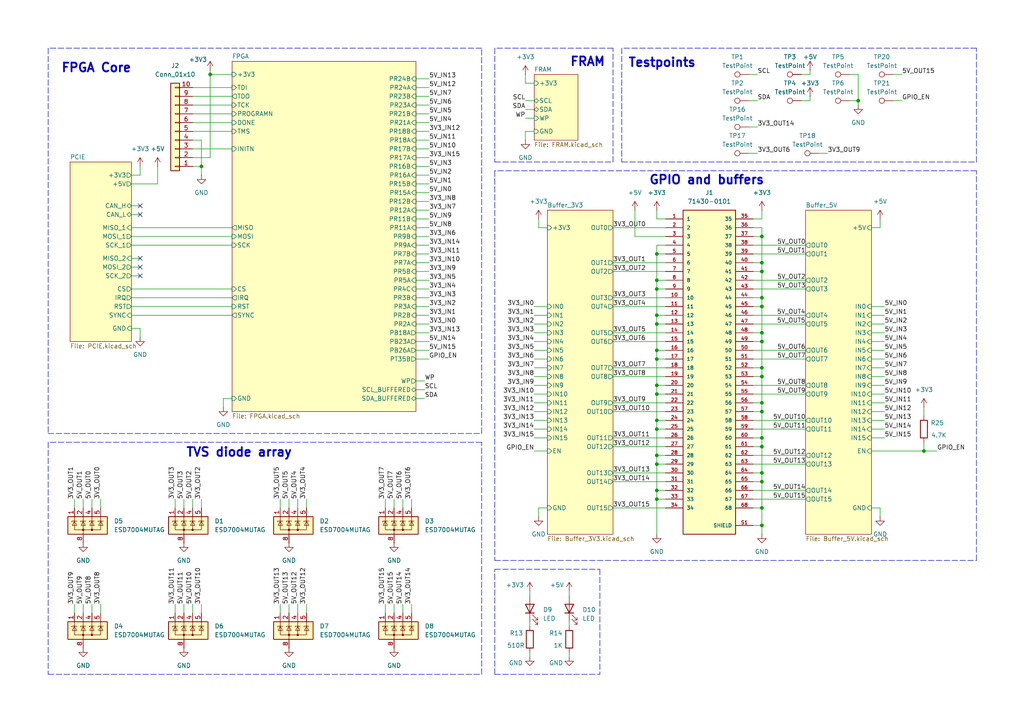
<source format=kicad_sch>
(kicad_sch (version 20250114) (generator "eeschema") (generator_version "9.0")
  (paper "A4")
  (text "FRAM" (at 170.434 18.034 0) (effects (font (size 2.54 2.54) (thickness 0.508) (bold yes))))
  (text "FPGA Core" (at 27.94 19.812 0) (effects (font (size 2.54 2.54) (thickness 0.508) (bold yes))))
  (text "Testpoints" (at 192.024 18.288 0) (effects (font (size 2.54 2.54) (thickness 0.508) (bold yes))))
  (text "GPIO and buffers" (at 204.978 52.324 0) (effects (font (size 2.54 2.54) (thickness 0.508) (bold yes))))
  (text "TVS diode array" (at 69.342 131.318 0) (effects (font (size 2.54 2.54) (thickness 0.508) (bold yes))))
  (junction (at 58.42 48.26))
  (junction (at 220.98 78.74))
  (junction (at 220.98 68.58))
  (junction (at 190.5 81.28))
  (junction (at 220.98 127))
  (junction (at 190.5 132.08))
  (junction (at 190.5 144.78))
  (junction (at 220.98 139.7))
  (junction (at 220.98 109.22))
  (junction (at 190.5 111.76))
  (junction (at 220.98 86.36))
  (junction (at 267.97 130.81))
  (junction (at 60.96 21.59))
  (junction (at 220.98 96.52))
  (junction (at 190.5 142.24))
  (junction (at 220.98 76.2))
  (junction (at 220.98 137.16))
  (junction (at 190.5 114.3))
  (junction (at 220.98 106.68))
  (junction (at 220.98 129.54))
  (junction (at 220.98 119.38))
  (junction (at 190.5 93.98))
  (junction (at 220.98 88.9))
  (junction (at 190.5 134.62))
  (junction (at 190.5 101.6))
  (junction (at 190.5 91.44))
  (junction (at 190.5 121.92))
  (junction (at 220.98 152.4))
  (junction (at 220.98 116.84))
  (junction (at 190.5 104.14))
  (junction (at 190.5 124.46))
  (junction (at 220.98 99.06))
  (junction (at 190.5 73.66))
  (junction (at 220.98 147.32))
  (junction (at 248.92 29.21))
  (junction (at 190.5 83.82))
  (no_connect (at 40.64 80.01))
  (no_connect (at 40.64 74.93))
  (no_connect (at 40.64 59.69))
  (no_connect (at 40.64 77.47))
  (no_connect (at 40.64 62.23))
  (wire (pts (xy 177.8 127) (xy 193.04 127)))
  (wire (pts (xy 218.44 152.4) (xy 220.98 152.4)))
  (wire (pts (xy 220.98 96.52) (xy 220.98 99.06)))
  (wire (pts (xy 124.46 88.9) (xy 120.65 88.9)))
  (wire (pts (xy 156.21 63.5) (xy 156.21 66.04)))
  (wire (pts (xy 120.65 96.52) (xy 124.46 96.52)))
  (wire (pts (xy 119.38 175.26) (xy 119.38 177.8)))
  (wire (pts (xy 220.98 60.96) (xy 220.98 63.5)))
  (wire (pts (xy 154.94 101.6) (xy 158.75 101.6)))
  (wire (pts (xy 21.59 175.26) (xy 21.59 177.8)))
  (wire (pts (xy 218.44 129.54) (xy 220.98 129.54)))
  (polyline (pts (xy 143.51 165.1) (xy 173.99 165.1)) (stroke (width 0) (type dash)))
  (wire (pts (xy 120.65 113.03) (xy 123.19 113.03)))
  (polyline (pts (xy 143.51 195.58) (xy 143.51 165.1)) (stroke (width 0) (type dash)))
  (polyline (pts (xy 143.51 46.99) (xy 177.8 46.99)) (stroke (width 0) (type dash)))
  (wire (pts (xy 67.31 115.57) (xy 64.77 115.57)))
  (wire (pts (xy 38.1 80.01) (xy 40.64 80.01)))
  (wire (pts (xy 190.5 134.62) (xy 190.5 142.24)))
  (wire (pts (xy 86.36 144.78) (xy 86.36 147.32)))
  (polyline (pts (xy 283.21 13.97) (xy 180.34 13.97)) (stroke (width 0) (type dash)))
  (wire (pts (xy 220.98 68.58) (xy 220.98 76.2)))
  (polyline (pts (xy 139.7 195.58) (xy 139.7 128.27)) (stroke (width 0) (type dash)))
  (wire (pts (xy 252.73 130.81) (xy 267.97 130.81)))
  (wire (pts (xy 220.98 152.4) (xy 220.98 154.94)))
  (wire (pts (xy 255.27 147.32) (xy 255.27 149.86)))
  (wire (pts (xy 267.97 128.27) (xy 267.97 130.81)))
  (wire (pts (xy 190.5 91.44) (xy 193.04 91.44)))
  (wire (pts (xy 55.88 43.18) (xy 67.31 43.18)))
  (wire (pts (xy 53.34 175.26) (xy 53.34 177.8)))
  (polyline (pts (xy 139.7 13.97) (xy 13.97 13.97)) (stroke (width 0) (type dash)))
  (wire (pts (xy 83.82 144.78) (xy 83.82 147.32)))
  (wire (pts (xy 217.17 21.59) (xy 219.71 21.59)))
  (polyline (pts (xy 139.7 125.73) (xy 139.7 13.97)) (stroke (width 0) (type dash)))
  (wire (pts (xy 26.67 144.78) (xy 26.67 147.32)))
  (wire (pts (xy 120.65 99.06) (xy 124.46 99.06)))
  (wire (pts (xy 190.5 83.82) (xy 193.04 83.82)))
  (wire (pts (xy 190.5 121.92) (xy 190.5 124.46)))
  (wire (pts (xy 177.8 119.38) (xy 193.04 119.38)))
  (wire (pts (xy 38.1 53.34) (xy 45.72 53.34)))
  (wire (pts (xy 153.67 180.34) (xy 153.67 181.61)))
  (wire (pts (xy 29.21 144.78) (xy 29.21 147.32)))
  (wire (pts (xy 55.88 27.94) (xy 67.31 27.94)))
  (wire (pts (xy 124.46 63.5) (xy 120.65 63.5)))
  (wire (pts (xy 21.59 144.78) (xy 21.59 147.32)))
  (wire (pts (xy 154.94 99.06) (xy 158.75 99.06)))
  (wire (pts (xy 177.8 139.7) (xy 193.04 139.7)))
  (wire (pts (xy 120.65 55.88) (xy 124.46 55.88)))
  (wire (pts (xy 218.44 114.3) (xy 233.68 114.3)))
  (wire (pts (xy 120.65 71.12) (xy 124.46 71.12)))
  (wire (pts (xy 220.98 106.68) (xy 220.98 109.22)))
  (wire (pts (xy 154.94 130.81) (xy 158.75 130.81)))
  (wire (pts (xy 111.76 144.78) (xy 111.76 147.32)))
  (wire (pts (xy 124.46 91.44) (xy 120.65 91.44)))
  (wire (pts (xy 177.8 109.22) (xy 193.04 109.22)))
  (wire (pts (xy 234.95 27.94) (xy 234.95 29.21)))
  (wire (pts (xy 154.94 38.1) (xy 152.4 38.1)))
  (wire (pts (xy 83.82 175.26) (xy 83.82 177.8)))
  (wire (pts (xy 248.92 29.21) (xy 248.92 30.48)))
  (polyline (pts (xy 283.21 49.53) (xy 143.51 49.53)) (stroke (width 0) (type dash)))
  (wire (pts (xy 81.28 144.78) (xy 81.28 147.32)))
  (wire (pts (xy 218.44 63.5) (xy 220.98 63.5)))
  (wire (pts (xy 218.44 93.98) (xy 233.68 93.98)))
  (wire (pts (xy 58.42 144.78) (xy 58.42 147.32)))
  (wire (pts (xy 154.94 111.76) (xy 158.75 111.76)))
  (wire (pts (xy 119.38 144.78) (xy 119.38 147.32)))
  (wire (pts (xy 120.65 38.1) (xy 124.46 38.1)))
  (wire (pts (xy 152.4 29.21) (xy 154.94 29.21)))
  (wire (pts (xy 252.73 109.22) (xy 256.54 109.22)))
  (wire (pts (xy 252.73 127) (xy 256.54 127)))
  (wire (pts (xy 114.3 144.78) (xy 114.3 147.32)))
  (wire (pts (xy 190.5 81.28) (xy 193.04 81.28)))
  (polyline (pts (xy 13.97 195.58) (xy 139.7 195.58)) (stroke (width 0) (type dash)))
  (wire (pts (xy 29.21 175.26) (xy 29.21 177.8)))
  (wire (pts (xy 190.5 124.46) (xy 190.5 132.08)))
  (wire (pts (xy 217.17 29.21) (xy 219.71 29.21)))
  (wire (pts (xy 60.96 21.59) (xy 60.96 45.72)))
  (wire (pts (xy 220.98 116.84) (xy 218.44 116.84)))
  (wire (pts (xy 58.42 48.26) (xy 58.42 50.8)))
  (wire (pts (xy 154.94 116.84) (xy 158.75 116.84)))
  (wire (pts (xy 252.73 93.98) (xy 256.54 93.98)))
  (polyline (pts (xy 173.99 165.1) (xy 173.99 195.58)) (stroke (width 0) (type dash)))
  (wire (pts (xy 120.65 53.34) (xy 124.46 53.34)))
  (wire (pts (xy 165.1 180.34) (xy 165.1 181.61)))
  (wire (pts (xy 154.94 106.68) (xy 158.75 106.68)))
  (wire (pts (xy 38.1 50.8) (xy 40.64 50.8)))
  (wire (pts (xy 220.98 96.52) (xy 218.44 96.52)))
  (wire (pts (xy 177.8 116.84) (xy 193.04 116.84)))
  (wire (pts (xy 120.65 60.96) (xy 124.46 60.96)))
  (wire (pts (xy 220.98 76.2) (xy 218.44 76.2)))
  (wire (pts (xy 220.98 137.16) (xy 218.44 137.16)))
  (wire (pts (xy 114.3 175.26) (xy 114.3 177.8)))
  (wire (pts (xy 218.44 66.04) (xy 220.98 66.04)))
  (wire (pts (xy 120.65 30.48) (xy 124.46 30.48)))
  (wire (pts (xy 218.44 83.82) (xy 233.68 83.82)))
  (wire (pts (xy 120.65 78.74) (xy 124.46 78.74)))
  (wire (pts (xy 218.44 134.62) (xy 233.68 134.62)))
  (wire (pts (xy 190.5 121.92) (xy 193.04 121.92)))
  (wire (pts (xy 88.9 144.78) (xy 88.9 147.32)))
  (wire (pts (xy 116.84 175.26) (xy 116.84 177.8)))
  (wire (pts (xy 38.1 91.44) (xy 67.31 91.44)))
  (wire (pts (xy 252.73 121.92) (xy 256.54 121.92)))
  (wire (pts (xy 154.94 93.98) (xy 158.75 93.98)))
  (wire (pts (xy 190.5 83.82) (xy 190.5 91.44)))
  (wire (pts (xy 120.65 22.86) (xy 124.46 22.86)))
  (wire (pts (xy 40.64 95.25) (xy 40.64 97.79)))
  (wire (pts (xy 58.42 175.26) (xy 58.42 177.8)))
  (wire (pts (xy 218.44 99.06) (xy 220.98 99.06)))
  (wire (pts (xy 190.5 111.76) (xy 190.5 114.3)))
  (wire (pts (xy 218.44 139.7) (xy 220.98 139.7)))
  (polyline (pts (xy 177.8 46.99) (xy 177.8 13.97)) (stroke (width 0) (type dash)))
  (wire (pts (xy 218.44 121.92) (xy 233.68 121.92)))
  (wire (pts (xy 190.5 124.46) (xy 193.04 124.46)))
  (wire (pts (xy 40.64 48.26) (xy 40.64 50.8)))
  (wire (pts (xy 218.44 104.14) (xy 233.68 104.14)))
  (polyline (pts (xy 143.51 162.56) (xy 283.21 162.56)) (stroke (width 0) (type dash)))
  (wire (pts (xy 190.5 104.14) (xy 190.5 111.76)))
  (wire (pts (xy 218.44 78.74) (xy 220.98 78.74)))
  (wire (pts (xy 259.08 21.59) (xy 261.62 21.59)))
  (wire (pts (xy 234.95 20.32) (xy 234.95 21.59)))
  (wire (pts (xy 190.5 81.28) (xy 190.5 83.82)))
  (wire (pts (xy 120.65 104.14) (xy 124.46 104.14)))
  (wire (pts (xy 252.73 91.44) (xy 256.54 91.44)))
  (wire (pts (xy 190.5 134.62) (xy 193.04 134.62)))
  (polyline (pts (xy 13.97 13.97) (xy 13.97 125.73)) (stroke (width 0) (type dash)))
  (wire (pts (xy 220.98 86.36) (xy 220.98 88.9)))
  (wire (pts (xy 218.44 144.78) (xy 233.68 144.78)))
  (wire (pts (xy 38.1 77.47) (xy 40.64 77.47)))
  (wire (pts (xy 153.67 171.45) (xy 153.67 172.72)))
  (wire (pts (xy 220.98 139.7) (xy 220.98 147.32)))
  (wire (pts (xy 154.94 104.14) (xy 158.75 104.14)))
  (wire (pts (xy 220.98 127) (xy 220.98 129.54)))
  (wire (pts (xy 177.8 129.54) (xy 193.04 129.54)))
  (wire (pts (xy 120.65 68.58) (xy 124.46 68.58)))
  (wire (pts (xy 190.5 93.98) (xy 190.5 101.6)))
  (wire (pts (xy 120.65 27.94) (xy 124.46 27.94)))
  (wire (pts (xy 252.73 106.68) (xy 256.54 106.68)))
  (wire (pts (xy 120.65 25.4) (xy 124.46 25.4)))
  (wire (pts (xy 190.5 71.12) (xy 190.5 73.66)))
  (wire (pts (xy 252.73 124.46) (xy 256.54 124.46)))
  (wire (pts (xy 120.65 43.18) (xy 124.46 43.18)))
  (wire (pts (xy 154.94 88.9) (xy 158.75 88.9)))
  (wire (pts (xy 120.65 45.72) (xy 124.46 45.72)))
  (polyline (pts (xy 139.7 128.27) (xy 13.97 128.27)) (stroke (width 0) (type dash)))
  (polyline (pts (xy 180.34 46.99) (xy 283.21 46.99)) (stroke (width 0) (type dash)))
  (wire (pts (xy 220.98 66.04) (xy 220.98 68.58)))
  (wire (pts (xy 177.8 99.06) (xy 193.04 99.06)))
  (wire (pts (xy 120.65 110.49) (xy 123.19 110.49)))
  (wire (pts (xy 26.67 175.26) (xy 26.67 177.8)))
  (wire (pts (xy 217.17 36.83) (xy 219.71 36.83)))
  (wire (pts (xy 24.13 144.78) (xy 24.13 147.32)))
  (wire (pts (xy 55.88 45.72) (xy 60.96 45.72)))
  (wire (pts (xy 246.38 21.59) (xy 248.92 21.59)))
  (wire (pts (xy 190.5 73.66) (xy 190.5 81.28)))
  (wire (pts (xy 220.98 127) (xy 218.44 127)))
  (wire (pts (xy 232.41 21.59) (xy 234.95 21.59)))
  (wire (pts (xy 152.4 21.59) (xy 152.4 24.13)))
  (wire (pts (xy 190.5 71.12) (xy 193.04 71.12)))
  (wire (pts (xy 58.42 40.64) (xy 58.42 48.26)))
  (wire (pts (xy 190.5 104.14) (xy 193.04 104.14)))
  (wire (pts (xy 81.28 175.26) (xy 81.28 177.8)))
  (wire (pts (xy 124.46 86.36) (xy 120.65 86.36)))
  (wire (pts (xy 165.1 189.23) (xy 165.1 190.5)))
  (wire (pts (xy 120.65 58.42) (xy 124.46 58.42)))
  (wire (pts (xy 154.94 119.38) (xy 158.75 119.38)))
  (wire (pts (xy 154.94 24.13) (xy 152.4 24.13)))
  (wire (pts (xy 24.13 175.26) (xy 24.13 177.8)))
  (wire (pts (xy 190.5 114.3) (xy 193.04 114.3)))
  (wire (pts (xy 50.8 175.26) (xy 50.8 177.8)))
  (wire (pts (xy 177.8 78.74) (xy 193.04 78.74)))
  (wire (pts (xy 220.98 137.16) (xy 220.98 139.7)))
  (wire (pts (xy 120.65 35.56) (xy 124.46 35.56)))
  (wire (pts (xy 218.44 68.58) (xy 220.98 68.58)))
  (wire (pts (xy 38.1 88.9) (xy 67.31 88.9)))
  (wire (pts (xy 184.15 68.58) (xy 193.04 68.58)))
  (wire (pts (xy 120.65 73.66) (xy 124.46 73.66)))
  (wire (pts (xy 255.27 63.5) (xy 255.27 66.04)))
  (wire (pts (xy 218.44 119.38) (xy 220.98 119.38)))
  (wire (pts (xy 218.44 109.22) (xy 220.98 109.22)))
  (wire (pts (xy 252.73 147.32) (xy 255.27 147.32)))
  (wire (pts (xy 55.88 25.4) (xy 67.31 25.4)))
  (wire (pts (xy 252.73 99.06) (xy 256.54 99.06)))
  (wire (pts (xy 45.72 48.26) (xy 45.72 53.34)))
  (wire (pts (xy 259.08 29.21) (xy 261.62 29.21)))
  (wire (pts (xy 220.98 109.22) (xy 220.98 116.84)))
  (wire (pts (xy 190.5 93.98) (xy 193.04 93.98)))
  (wire (pts (xy 124.46 66.04) (xy 120.65 66.04)))
  (wire (pts (xy 217.17 44.45) (xy 219.71 44.45)))
  (wire (pts (xy 218.44 71.12) (xy 233.68 71.12)))
  (wire (pts (xy 252.73 119.38) (xy 256.54 119.38)))
  (wire (pts (xy 60.96 21.59) (xy 67.31 21.59)))
  (wire (pts (xy 218.44 73.66) (xy 233.68 73.66)))
  (wire (pts (xy 152.4 31.75) (xy 154.94 31.75)))
  (polyline (pts (xy 180.34 13.97) (xy 180.34 46.99)) (stroke (width 0) (type dash)))
  (wire (pts (xy 111.76 175.26) (xy 111.76 177.8)))
  (wire (pts (xy 88.9 175.26) (xy 88.9 177.8)))
  (wire (pts (xy 154.94 91.44) (xy 158.75 91.44)))
  (wire (pts (xy 55.88 48.26) (xy 58.42 48.26)))
  (wire (pts (xy 177.8 86.36) (xy 193.04 86.36)))
  (wire (pts (xy 218.44 101.6) (xy 233.68 101.6)))
  (wire (pts (xy 38.1 95.25) (xy 40.64 95.25)))
  (polyline (pts (xy 143.51 49.53) (xy 143.51 162.56)) (stroke (width 0) (type dash)))
  (wire (pts (xy 252.73 88.9) (xy 256.54 88.9)))
  (wire (pts (xy 177.8 137.16) (xy 193.04 137.16)))
  (wire (pts (xy 252.73 66.04) (xy 255.27 66.04)))
  (wire (pts (xy 190.5 132.08) (xy 190.5 134.62)))
  (wire (pts (xy 218.44 142.24) (xy 233.68 142.24)))
  (wire (pts (xy 38.1 59.69) (xy 40.64 59.69)))
  (wire (pts (xy 220.98 129.54) (xy 220.98 137.16)))
  (wire (pts (xy 177.8 106.68) (xy 193.04 106.68)))
  (wire (pts (xy 218.44 111.76) (xy 233.68 111.76)))
  (wire (pts (xy 190.5 73.66) (xy 193.04 73.66)))
  (wire (pts (xy 120.65 48.26) (xy 124.46 48.26)))
  (wire (pts (xy 190.5 142.24) (xy 190.5 144.78)))
  (wire (pts (xy 55.88 144.78) (xy 55.88 147.32)))
  (wire (pts (xy 38.1 71.12) (xy 67.31 71.12)))
  (wire (pts (xy 158.75 66.04) (xy 156.21 66.04)))
  (polyline (pts (xy 13.97 125.73) (xy 139.7 125.73)) (stroke (width 0) (type dash)))
  (wire (pts (xy 50.8 144.78) (xy 50.8 147.32)))
  (wire (pts (xy 120.65 33.02) (xy 124.46 33.02)))
  (wire (pts (xy 177.8 76.2) (xy 193.04 76.2)))
  (wire (pts (xy 177.8 88.9) (xy 193.04 88.9)))
  (wire (pts (xy 120.65 115.57) (xy 123.19 115.57)))
  (wire (pts (xy 220.98 119.38) (xy 220.98 127)))
  (wire (pts (xy 190.5 144.78) (xy 193.04 144.78)))
  (wire (pts (xy 124.46 83.82) (xy 120.65 83.82)))
  (wire (pts (xy 220.98 116.84) (xy 220.98 119.38)))
  (wire (pts (xy 153.67 189.23) (xy 153.67 190.5)))
  (wire (pts (xy 116.84 144.78) (xy 116.84 147.32)))
  (wire (pts (xy 156.21 147.32) (xy 156.21 149.86)))
  (wire (pts (xy 124.46 81.28) (xy 120.65 81.28)))
  (wire (pts (xy 55.88 30.48) (xy 67.31 30.48)))
  (wire (pts (xy 60.96 20.32) (xy 60.96 21.59)))
  (polyline (pts (xy 143.51 195.58) (xy 173.99 195.58)) (stroke (width 0) (type dash)))
  (wire (pts (xy 64.77 115.57) (xy 64.77 118.11)))
  (polyline (pts (xy 283.21 162.56) (xy 283.21 49.53)) (stroke (width 0) (type dash)))
  (wire (pts (xy 124.46 93.98) (xy 120.65 93.98)))
  (wire (pts (xy 190.5 132.08) (xy 193.04 132.08)))
  (wire (pts (xy 220.98 76.2) (xy 220.98 78.74)))
  (wire (pts (xy 193.04 63.5) (xy 190.5 63.5)))
  (wire (pts (xy 218.44 81.28) (xy 233.68 81.28)))
  (wire (pts (xy 220.98 147.32) (xy 218.44 147.32)))
  (wire (pts (xy 38.1 66.04) (xy 67.31 66.04)))
  (wire (pts (xy 190.5 142.24) (xy 193.04 142.24)))
  (wire (pts (xy 252.73 101.6) (xy 256.54 101.6)))
  (wire (pts (xy 232.41 29.21) (xy 234.95 29.21)))
  (wire (pts (xy 220.98 99.06) (xy 220.98 106.68)))
  (wire (pts (xy 177.8 66.04) (xy 193.04 66.04)))
  (wire (pts (xy 38.1 62.23) (xy 40.64 62.23)))
  (wire (pts (xy 267.97 130.81) (xy 271.78 130.81)))
  (wire (pts (xy 218.44 132.08) (xy 233.68 132.08)))
  (wire (pts (xy 38.1 83.82) (xy 67.31 83.82)))
  (wire (pts (xy 154.94 109.22) (xy 158.75 109.22)))
  (wire (pts (xy 152.4 34.29) (xy 154.94 34.29)))
  (wire (pts (xy 218.44 91.44) (xy 233.68 91.44)))
  (wire (pts (xy 218.44 124.46) (xy 233.68 124.46)))
  (wire (pts (xy 55.88 175.26) (xy 55.88 177.8)))
  (wire (pts (xy 252.73 104.14) (xy 256.54 104.14)))
  (polyline (pts (xy 143.51 13.97) (xy 143.51 46.99)) (stroke (width 0) (type dash)))
  (wire (pts (xy 246.38 29.21) (xy 248.92 29.21)))
  (wire (pts (xy 120.65 40.64) (xy 124.46 40.64)))
  (wire (pts (xy 220.98 106.68) (xy 218.44 106.68)))
  (wire (pts (xy 120.65 50.8) (xy 124.46 50.8)))
  (wire (pts (xy 190.5 101.6) (xy 190.5 104.14)))
  (wire (pts (xy 190.5 60.96) (xy 190.5 63.5)))
  (wire (pts (xy 248.92 21.59) (xy 248.92 29.21)))
  (wire (pts (xy 220.98 86.36) (xy 218.44 86.36)))
  (wire (pts (xy 190.5 101.6) (xy 193.04 101.6)))
  (wire (pts (xy 184.15 68.58) (xy 184.15 60.96)))
  (wire (pts (xy 190.5 91.44) (xy 190.5 93.98)))
  (wire (pts (xy 120.65 101.6) (xy 124.46 101.6)))
  (wire (pts (xy 177.8 96.52) (xy 193.04 96.52)))
  (wire (pts (xy 154.94 124.46) (xy 158.75 124.46)))
  (wire (pts (xy 220.98 88.9) (xy 220.98 96.52)))
  (wire (pts (xy 38.1 74.93) (xy 40.64 74.93)))
  (wire (pts (xy 55.88 35.56) (xy 67.31 35.56)))
  (wire (pts (xy 237.49 44.45) (xy 240.03 44.45)))
  (wire (pts (xy 154.94 114.3) (xy 158.75 114.3)))
  (wire (pts (xy 154.94 96.52) (xy 158.75 96.52)))
  (wire (pts (xy 252.73 114.3) (xy 256.54 114.3)))
  (polyline (pts (xy 13.97 128.27) (xy 13.97 195.58)) (stroke (width 0) (type dash)))
  (wire (pts (xy 252.73 96.52) (xy 256.54 96.52)))
  (wire (pts (xy 267.97 118.11) (xy 267.97 120.65)))
  (wire (pts (xy 154.94 127) (xy 158.75 127)))
  (wire (pts (xy 165.1 171.45) (xy 165.1 172.72)))
  (wire (pts (xy 154.94 121.92) (xy 158.75 121.92)))
  (wire (pts (xy 86.36 175.26) (xy 86.36 177.8)))
  (wire (pts (xy 38.1 86.36) (xy 67.31 86.36)))
  (wire (pts (xy 55.88 33.02) (xy 67.31 33.02)))
  (wire (pts (xy 218.44 88.9) (xy 220.98 88.9)))
  (wire (pts (xy 120.65 76.2) (xy 124.46 76.2)))
  (wire (pts (xy 55.88 38.1) (xy 67.31 38.1)))
  (wire (pts (xy 252.73 111.76) (xy 256.54 111.76)))
  (polyline (pts (xy 283.21 46.99) (xy 283.21 13.97)) (stroke (width 0) (type dash)))
  (wire (pts (xy 190.5 111.76) (xy 193.04 111.76)))
  (wire (pts (xy 53.34 144.78) (xy 53.34 147.32)))
  (wire (pts (xy 220.98 147.32) (xy 220.98 152.4)))
  (wire (pts (xy 190.5 144.78) (xy 190.5 154.94)))
  (wire (pts (xy 190.5 114.3) (xy 190.5 121.92)))
  (wire (pts (xy 38.1 68.58) (xy 67.31 68.58)))
  (wire (pts (xy 220.98 78.74) (xy 220.98 86.36)))
  (wire (pts (xy 55.88 40.64) (xy 58.42 40.64)))
  (wire (pts (xy 252.73 116.84) (xy 256.54 116.84)))
  (wire (pts (xy 158.75 147.32) (xy 156.21 147.32)))
  (polyline (pts (xy 177.8 13.97) (xy 143.51 13.97)) (stroke (width 0) (type dash)))
  (wire (pts (xy 177.8 147.32) (xy 193.04 147.32)))
  (wire (pts (xy 152.4 38.1) (xy 152.4 40.64)))
  (label "5V_IN14" (at 256.54 124.46 0))
  (label "5V_OUT7" (at 233.68 104.14 180))
  (label "3V3_OUT4" (at 177.8 88.9 0))
  (label "5V_IN5" (at 256.54 101.6 0))
  (label "3V3_OUT8" (at 177.8 109.22 0))
  (label "3V3_OUT2" (at 58.42 144.78 90))
  (label "5V_OUT14" (at 116.84 175.26 90))
  (label "5V_OUT13" (at 233.68 134.62 180))
  (label "5V_OUT13" (at 83.82 175.26 90))
  (label "5V_IN8" (at 124.46 66.04 0))
  (label "5V_IN4" (at 256.54 99.06 0))
  (label "5V_IN0" (at 256.54 88.9 0))
  (label "3V3_OUT14" (at 119.38 175.26 90))
  (label "5V_OUT3" (at 53.34 144.78 90))
  (label "3V3_IN12" (at 124.46 38.1 0))
  (label "5V_IN11" (at 256.54 116.84 0))
  (label "5V_IN4" (at 124.46 35.56 0))
  (label "5V_IN10" (at 124.46 43.18 0))
  (label "3V3_OUT12" (at 88.9 175.26 90))
  (label "5V_IN11" (at 124.46 40.64 0))
  (label "3V3_IN11" (at 154.94 116.84 180))
  (label "3V3_IN7" (at 154.94 106.68 180))
  (label "SCL" (at 219.71 21.59 0))
  (label "5V_IN3" (at 256.54 96.52 0))
  (label "3V3_OUT15" (at 177.8 147.32 0))
  (label "5V_IN7" (at 256.54 106.68 0))
  (label "3V3_OUT9" (at 240.03 44.45 0))
  (label "3V3_IN8" (at 154.94 109.22 180))
  (label "5V_IN6" (at 256.54 104.14 0))
  (label "5V_IN6" (at 124.46 30.48 0))
  (label "3V3_OUT3" (at 50.8 144.78 90))
  (label "5V_OUT11" (at 233.68 124.46 180))
  (label "3V3_IN3" (at 154.94 96.52 180))
  (label "3V3_OUT0" (at 177.8 66.04 0))
  (label "3V3_IN8" (at 124.46 58.42 0))
  (label "3V3_IN2" (at 124.46 88.9 0))
  (label "5V_IN2" (at 256.54 93.98 0))
  (label "5V_IN15" (at 256.54 127 0))
  (label "5V_IN10" (at 256.54 114.3 0))
  (label "3V3_IN9" (at 124.46 78.74 0))
  (label "5V_OUT0" (at 26.67 144.78 90))
  (label "3V3_OUT13" (at 177.8 137.16 0))
  (label "5V_OUT2" (at 233.68 81.28 180))
  (label "5V_IN9" (at 256.54 111.76 0))
  (label "WP" (at 123.19 110.49 0))
  (label "3V3_IN4" (at 124.46 83.82 0))
  (label "GPIO_EN" (at 271.78 130.81 0))
  (label "3V3_IN6" (at 154.94 104.14 180))
  (label "3V3_IN7" (at 124.46 60.96 0))
  (label "3V3_OUT15" (at 111.76 175.26 90))
  (label "3V3_OUT0" (at 29.21 144.78 90))
  (label "3V3_OUT12" (at 177.8 129.54 0))
  (label "3V3_IN4" (at 154.94 99.06 180))
  (label "5V_IN13" (at 256.54 121.92 0))
  (label "5V_OUT6" (at 233.6799 101.6 180))
  (label "3V3_IN14" (at 154.94 124.46 180))
  (label "5V_IN1" (at 256.54 91.44 0))
  (label "3V3_OUT11" (at 50.8 175.26 90))
  (label "3V3_OUT7" (at 177.8 106.68 0))
  (label "3V3_OUT6" (at 177.8 99.06 0))
  (label "5V_OUT5" (at 233.6411 93.98 180))
  (label "5V_OUT14" (at 233.68 142.24 180))
  (label "3V3_IN3" (at 124.46 86.36 0))
  (label "3V3_IN5" (at 154.94 101.6 180))
  (label "3V3_IN13" (at 124.46 96.52 0))
  (label "3V3_IN1" (at 124.46 91.44 0))
  (label "3V3_OUT6" (at 119.38 144.78 90))
  (label "3V3_OUT11" (at 177.8 127 0))
  (label "3V3_IN6" (at 124.46 68.58 0))
  (label "3V3_IN13" (at 154.94 121.92 180))
  (label "5V_IN8" (at 256.54 109.22 0))
  (label "SDA" (at 123.19 115.57 0))
  (label "3V3_IN10" (at 124.46 76.2 0))
  (label "3V3_IN2" (at 154.94 93.98 180))
  (label "5V_OUT8" (at 26.67 175.26 90))
  (label "3V3_OUT6" (at 219.71 44.45 0))
  (label "GPIO_EN" (at 124.46 104.14 0))
  (label "3V3_OUT10" (at 177.8 119.38 0))
  (label "3V3_IN9" (at 154.94 111.76 180))
  (label "5V_OUT15" (at 261.62 21.59 0))
  (label "GPIO_EN" (at 154.94 130.81 180))
  (label "3V3_OUT9" (at 177.8 116.84 0))
  (label "5V_IN13" (at 124.46 22.86 0))
  (label "3V3_OUT4" (at 88.9 144.78 90))
  (label "5V_OUT5" (at 83.82 144.78 90))
  (label "5V_OUT4" (at 233.6411 91.44 180))
  (label "5V_OUT9" (at 24.13 175.26 90))
  (label "5V_IN12" (at 256.54 119.38 0))
  (label "3V3_IN15" (at 124.46 45.72 0))
  (label "5V_OUT12" (at 86.36 175.26 90))
  (label "5V_IN14" (at 124.46 99.06 0))
  (label "3V3_IN11" (at 124.46 73.66 0))
  (label "5V_OUT10" (at 55.88 175.26 90))
  (label "5V_OUT4" (at 86.36 144.78 90))
  (label "SDA" (at 152.4 31.75 180))
  (label "5V_OUT12" (at 233.68 132.08 180))
  (label "3V3_OUT10" (at 58.42 175.26 90))
  (label "5V_OUT0" (at 233.68 71.12 180))
  (label "3V3_OUT14" (at 219.71 36.83 0))
  (label "5V_OUT15" (at 233.6799 144.78 180))
  (label "3V3_OUT1" (at 177.8 76.2 0))
  (label "3V3_OUT5" (at 81.28 144.78 90))
  (label "5V_OUT6" (at 116.84 144.78 90))
  (label "5V_IN1" (at 124.46 53.34 0))
  (label "5V_IN9" (at 124.46 63.5 0))
  (label "3V3_OUT1" (at 21.59 144.78 90))
  (label "3V3_OUT2" (at 177.8 78.74 0))
  (label "3V3_OUT13" (at 81.28 175.26 90))
  (label "3V3_IN12" (at 154.94 119.38 180))
  (label "5V_OUT11" (at 53.34 175.26 90))
  (label "5V_IN2" (at 124.46 50.8 0))
  (label "5V_OUT1" (at 24.13 144.78 90))
  (label "3V3_IN0" (at 154.94 88.9 180))
  (label "3V3_OUT7" (at 111.76 144.78 90))
  (label "5V_OUT9" (at 233.68 114.3 180))
  (label "5V_OUT7" (at 114.3 144.78 90))
  (label "3V3_IN1" (at 154.94 91.44 180))
  (label "3V3_IN5" (at 124.46 81.28 0))
  (label "3V3_IN10" (at 154.94 114.3 180))
  (label "SCL" (at 152.4 29.21 180))
  (label "5V_OUT8" (at 233.68 111.76 180))
  (label "3V3_IN14" (at 124.46 71.12 0))
  (label "5V_OUT10" (at 233.68 121.92 180))
  (label "SCL" (at 123.19 113.03 0))
  (label "3V3_IN0" (at 124.46 93.98 0))
  (label "5V_OUT2" (at 55.88 144.78 90))
  (label "5V_IN5" (at 124.46 33.02 0))
  (label "GPIO_EN" (at 261.62 29.21 0))
  (label "5V_OUT15" (at 114.3 175.26 90))
  (label "5V_OUT1" (at 233.68 73.66 180))
  (label "WP" (at 152.4 34.29 180))
  (label "5V_IN0" (at 124.46 55.88 0))
  (label "3V3_OUT5" (at 177.8 96.52 0))
  (label "5V_IN3" (at 124.46 48.26 0))
  (label "5V_OUT3" (at 233.68 83.82 180))
  (label "5V_IN7" (at 124.46 27.94 0))
  (label "SDA" (at 219.71 29.21 0))
  (label "5V_IN15" (at 124.46 101.6 0))
  (label "5V_IN12" (at 124.46 25.4 0))
  (label "3V3_OUT8" (at 29.21 175.26 90))
  (label "3V3_OUT9" (at 21.59 175.26 90))
  (label "3V3_IN15" (at 154.94 127 180))
  (label "3V3_OUT14" (at 177.8 139.7 0))
  (label "3V3_OUT3" (at 177.8 86.36 0))
  (symbol (lib_id "Connector:TestPoint") (at 259.08 29.21 90) (unit 1)
    (property "Reference" "TP21" (at 255.778 24.13 90))
    (property "Value" "TestPoint" (at 255.778 26.67 90))
    (property "Footprint" "TestPoint:TestPoint_Pad_D1.0mm" (effects (hide yes)))
    (property "Description" "test point" (effects (hide yes)))
  )
  (symbol (lib_id "Device:LED") (at 153.67 176.53 90) (unit 1)
    (property "Reference" "D9" (at 157.48 176.8474 90) (effects (justify right)))
    (property "Value" "LED" (at 157.48 179.3874 90) (effects (justify right)))
    (property "Footprint" "LED_SMD:LED_0805_2012Metric" (effects (hide yes)))
    (property "Description" "Light emitting diode" (effects (hide yes)))
    (property "Sim.Pins" "1=K 2=A" (effects (hide yes)))
  )
  (symbol (lib_id "power:+3V3") (at 40.64 48.26 0) (unit 1)
    (property "Reference" "#PWR01" (effects (hide yes)))
    (property "Value" "+3V3" (at 40.64 43.18 0))
    (property "Description" "Power symbol creates a global label with name \"+3V3\"" (effects (hide yes)))
  )
  (symbol (lib_id "power:GND") (at 114.3 187.96 0) (unit 1)
    (property "Reference" "#PWR056" (effects (hide yes)))
    (property "Value" "GND" (at 114.3 193.04 0))
    (property "Description" "Power symbol creates a global label with name \"GND\" , ground" (effects (hide yes)))
  )
  (symbol (lib_id "Connector:TestPoint") (at 246.38 29.21 90) (unit 1)
    (property "Reference" "TP6" (at 243.078 24.13 90))
    (property "Value" "TestPoint" (at 243.078 26.67 90))
    (property "Footprint" "TestPoint:TestPoint_Pad_D1.0mm" (effects (hide yes)))
    (property "Description" "test point" (effects (hide yes)))
  )
  (symbol (lib_id "Connector_Generic:Conn_01x10") (at 50.8 38.1 180) (unit 1)
    (property "Reference" "J2" (at 50.8 19.05 0))
    (property "Value" "Conn_01x10" (at 50.8 21.59 0))
    (property "Footprint" "Connector_PinHeader_2.54mm:PinHeader_2x05_P2.54mm_Vertical" (effects (hide yes)))
    (property "Description" "Generic connector, single row, 01x10, script generated (kicad-library-utils/schlib/autogen/connector/)" (effects (hide yes)))
  )
  (symbol (lib_id "power:GND") (at 152.4 40.64 0) (unit 1)
    (property "Reference" "#PWR073" (effects (hide yes)))
    (property "Value" "GND" (at 152.4 45.72 0))
    (property "Description" "Power symbol creates a global label with name \"GND\" , ground" (effects (hide yes)))
  )
  (symbol (lib_id "power:GND") (at 248.92 30.48 0) (unit 1)
    (property "Reference" "#PWR071" (effects (hide yes)))
    (property "Value" "GND" (at 248.92 35.56 0))
    (property "Description" "Power symbol creates a global label with name \"GND\" , ground" (effects (hide yes)))
  )
  (symbol (lib_id "power:+5V") (at 45.72 48.26 0) (unit 1)
    (property "Reference" "#PWR02" (effects (hide yes)))
    (property "Value" "+5V" (at 45.72 43.18 0))
    (property "Description" "Power symbol creates a global label with name \"+5V\"" (effects (hide yes)))
  )
  (symbol (lib_id "Connector:TestPoint") (at 217.17 29.21 90) (unit 1)
    (property "Reference" "TP2" (at 213.868 24.13 90))
    (property "Value" "TestPoint" (at 213.868 26.67 90))
    (property "Footprint" "TestPoint:TestPoint_Pad_D1.0mm" (effects (hide yes)))
    (property "Description" "test point" (effects (hide yes)))
  )
  (symbol (lib_id "Connector:TestPoint") (at 259.08 21.59 90) (unit 1)
    (property "Reference" "TP20" (at 255.778 16.51 90))
    (property "Value" "TestPoint" (at 255.778 19.05 90))
    (property "Footprint" "TestPoint:TestPoint_Pad_D1.0mm" (effects (hide yes)))
    (property "Description" "test point" (effects (hide yes)))
  )
  (symbol (lib_id "Device:R") (at 153.67 185.42 0) (mirror y) (unit 1)
    (property "Reference" "R13" (at 147.828 183.642 0) (effects (justify right)))
    (property "Value" "510R" (at 147.066 187.198 0) (effects (justify right)))
    (property "Footprint" "Resistor_SMD:R_0805_2012Metric" (effects (hide yes)))
    (property "Description" "Resistor" (effects (hide yes)))
  )
  (symbol (lib_id "Device:LED") (at 165.1 176.53 90) (unit 1)
    (property "Reference" "D10" (at 168.91 176.8474 90) (effects (justify right)))
    (property "Value" "LED" (at 168.91 179.3874 90) (effects (justify right)))
    (property "Footprint" "LED_SMD:LED_0805_2012Metric" (effects (hide yes)))
    (property "Description" "Light emitting diode" (effects (hide yes)))
    (property "Sim.Pins" "1=K 2=A" (effects (hide yes)))
  )
  (symbol (lib_id "Connector:TestPoint") (at 246.38 21.59 90) (unit 1)
    (property "Reference" "TP5" (at 243.078 16.51 90))
    (property "Value" "TestPoint" (at 243.078 19.05 90))
    (property "Footprint" "TestPoint:TestPoint_Pad_D1.0mm" (effects (hide yes)))
    (property "Description" "test point" (effects (hide yes)))
  )
  (symbol (lib_id "power:+5V") (at 255.27 63.5 0) (unit 1)
    (property "Reference" "#PWR077" (effects (hide yes)))
    (property "Value" "+5V" (at 255.27 58.42 0))
    (property "Description" "Power symbol creates a global label with name \"+5V\"" (effects (hide yes)))
  )
  (symbol (lib_id "power:GND") (at 24.13 157.48 0) (unit 1)
    (property "Reference" "#PWR050" (effects (hide yes)))
    (property "Value" "GND" (at 24.13 162.56 0))
    (property "Description" "Power symbol creates a global label with name \"GND\" , ground" (effects (hide yes)))
  )
  (symbol (lib_id "power:GND") (at 53.34 157.48 0) (unit 1)
    (property "Reference" "#PWR033" (effects (hide yes)))
    (property "Value" "GND" (at 53.34 162.56 0))
    (property "Description" "Power symbol creates a global label with name \"GND\" , ground" (effects (hide yes)))
  )
  (symbol (lib_id "power:GND") (at 220.98 154.94 0) (unit 1)
    (property "Reference" "#PWR052" (effects (hide yes)))
    (property "Value" "GND" (at 220.98 160.02 0))
    (property "Description" "Power symbol creates a global label with name \"GND\" , ground" (effects (hide yes)))
  )
  (symbol (lib_id "power:GND") (at 156.21 149.86 0) (unit 1)
    (property "Reference" "#PWR076" (effects (hide yes)))
    (property "Value" "GND" (at 156.21 154.94 0))
    (property "Description" "Power symbol creates a global label with name \"GND\" , ground" (effects (hide yes)))
  )
  (symbol (lib_id "power:+3V3") (at 234.95 27.94 0) (unit 1)
    (property "Reference" "#PWR070" (effects (hide yes)))
    (property "Value" "+3V3" (at 234.95 24.13 0))
    (property "Description" "Power symbol creates a global label with name \"+3V3\"" (effects (hide yes)))
  )
  (symbol (lib_id "power:GND") (at 64.77 118.11 0) (mirror y) (unit 1)
    (property "Reference" "#PWR079" (effects (hide yes)))
    (property "Value" "GND" (at 64.77 123.19 0))
    (property "Description" "Power symbol creates a global label with name \"GND\" , ground" (effects (hide yes)))
  )
  (symbol (lib_id "power:GND") (at 190.5 154.94 0) (unit 1)
    (property "Reference" "#PWR051" (effects (hide yes)))
    (property "Value" "GND" (at 190.5 160.02 0))
    (property "Description" "Power symbol creates a global label with name \"GND\" , ground" (effects (hide yes)))
  )
  (symbol (lib_id "Connector:TestPoint") (at 232.41 29.21 90) (unit 1)
    (property "Reference" "TP4" (at 229.108 24.13 90))
    (property "Value" "TestPoint" (at 229.108 26.67 90))
    (property "Footprint" "TestPoint:TestPoint_Pad_D1.0mm" (effects (hide yes)))
    (property "Description" "test point" (effects (hide yes)))
  )
  (symbol (lib_id "power:GND") (at 58.42 50.8 0) (unit 1)
    (property "Reference" "#PWR059" (effects (hide yes)))
    (property "Value" "GND" (at 58.42 55.88 0))
    (property "Description" "Power symbol creates a global label with name \"GND\" , ground" (effects (hide yes)))
  )
  (symbol (lib_id "power:+3V3") (at 60.96 20.32 0) (unit 1)
    (property "Reference" "#PWR058" (effects (hide yes)))
    (property "Value" "+3V3" (at 57.404 17.272 0))
    (property "Description" "Power symbol creates a global label with name \"+3V3\"" (effects (hide yes)))
  )
  (symbol (lib_id "power:GND") (at 83.82 157.48 0) (unit 1)
    (property "Reference" "#PWR038" (effects (hide yes)))
    (property "Value" "GND" (at 83.82 162.56 0))
    (property "Description" "Power symbol creates a global label with name \"GND\" , ground" (effects (hide yes)))
  )
  (symbol (lib_id "Connector:TestPoint") (at 217.17 44.45 90) (unit 1)
    (property "Reference" "TP17" (at 213.868 39.37 90))
    (property "Value" "TestPoint" (at 213.868 41.91 90))
    (property "Footprint" "TestPoint:TestPoint_Pad_D1.0mm" (effects (hide yes)))
    (property "Description" "test point" (effects (hide yes)))
  )
  (symbol (lib_id "power:GND") (at 255.27 149.86 0) (mirror y) (unit 1)
    (property "Reference" "#PWR078" (effects (hide yes)))
    (property "Value" "GND" (at 255.27 154.94 0))
    (property "Description" "Power symbol creates a global label with name \"GND\" , ground" (effects (hide yes)))
  )
  (symbol (lib_id "power:+5V") (at 165.1 171.45 0) (unit 1)
    (property "Reference" "#PWR065" (effects (hide yes)))
    (property "Value" "+5V" (at 161.544 169.672 0))
    (property "Description" "Power symbol creates a global label with name \"+5V\"" (effects (hide yes)))
  )
  (symbol (lib_id "power:+3V3") (at 267.97 118.11 0) (unit 1)
    (property "Reference" "#PWR072" (effects (hide yes)))
    (property "Value" "+3V3" (at 267.97 113.03 0))
    (property "Description" "Power symbol creates a global label with name \"+3V3\"" (effects (hide yes)))
  )
  (symbol (lib_id "power:+3V3") (at 152.4 21.59 0) (unit 1)
    (property "Reference" "#PWR074" (effects (hide yes)))
    (property "Value" "+3V3" (at 152.4 16.51 0))
    (property "Description" "Power symbol creates a global label with name \"+3V3\"" (effects (hide yes)))
  )
  (symbol (lib_id "power:GND") (at 114.3 157.48 0) (unit 1)
    (property "Reference" "#PWR042" (effects (hide yes)))
    (property "Value" "GND" (at 114.3 162.56 0))
    (property "Description" "Power symbol creates a global label with name \"GND\" , ground" (effects (hide yes)))
  )
  (symbol (lib_id "Power_Protection:ESD7004MUTAG") (at 24.13 182.88 0) (unit 1)
    (property "Reference" "D4" (at 33.02 181.6099 0) (effects (justify left)))
    (property "Value" "ESD7004MUTAG" (at 33.02 184.1499 0) (effects (justify left)))
    (property "Footprint" "Package_DFN_QFN:Diodes_UDFN-10_1x2.5mm_P0.5mm_Modified" (effects (hide yes)))
  )
  (symbol (lib_id "Power_Protection:ESD7004MUTAG") (at 83.82 182.88 0) (unit 1)
    (property "Reference" "D7" (at 92.71 181.6099 0) (effects (justify left)))
    (property "Value" "ESD7004MUTAG" (at 92.71 184.1499 0) (effects (justify left)))
    (property "Footprint" "Package_DFN_QFN:Diodes_UDFN-10_1x2.5mm_P0.5mm_Modified" (effects (hide yes)))
  )
  (symbol (lib_id "Connector:TestPoint") (at 217.17 36.83 90) (unit 1)
    (property "Reference" "TP16" (at 213.868 31.75 90))
    (property "Value" "TestPoint" (at 213.868 34.29 90))
    (property "Footprint" "TestPoint:TestPoint_Pad_D1.0mm" (effects (hide yes)))
    (property "Description" "test point" (effects (hide yes)))
  )
  (symbol (lib_id "Connector:TestPoint") (at 232.41 21.59 90) (unit 1)
    (property "Reference" "TP3" (at 229.108 16.51 90))
    (property "Value" "TestPoint" (at 229.108 19.05 90))
    (property "Footprint" "TestPoint:TestPoint_Pad_D1.0mm" (effects (hide yes)))
    (property "Description" "test point" (effects (hide yes)))
  )
  (symbol (lib_id "power:GND") (at 40.64 97.79 0) (unit 1)
    (property "Reference" "#PWR04" (effects (hide yes)))
    (property "Value" "GND" (at 40.64 102.87 0))
    (property "Description" "Power symbol creates a global label with name \"GND\" , ground" (effects (hide yes)))
  )
  (symbol (lib_id "Connector:TestPoint") (at 237.49 44.45 90) (unit 1)
    (property "Reference" "TP18" (at 234.188 39.37 90))
    (property "Value" "TestPoint" (at 234.188 41.91 90))
    (property "Footprint" "TestPoint:TestPoint_Pad_D1.0mm" (effects (hide yes)))
    (property "Description" "test point" (effects (hide yes)))
  )
  (symbol (lib_id "Power_Protection:ESD7004MUTAG") (at 114.3 152.4 0) (unit 1)
    (property "Reference" "D3" (at 123.19 151.1299 0) (effects (justify left)))
    (property "Value" "ESD7004MUTAG" (at 123.19 153.6699 0) (effects (justify left)))
    (property "Footprint" "Package_DFN_QFN:Diodes_UDFN-10_1x2.5mm_P0.5mm_Modified" (effects (hide yes)))
  )
  (symbol (lib_id "power:GND") (at 53.34 187.96 0) (unit 1)
    (property "Reference" "#PWR054" (effects (hide yes)))
    (property "Value" "GND" (at 53.34 193.04 0))
    (property "Description" "Power symbol creates a global label with name \"GND\" , ground" (effects (hide yes)))
  )
  (symbol (lib_id "Power_Protection:ESD7004MUTAG") (at 83.82 152.4 0) (unit 1)
    (property "Reference" "D2" (at 92.71 151.1299 0) (effects (justify left)))
    (property "Value" "ESD7004MUTAG" (at 92.71 153.6699 0) (effects (justify left)))
    (property "Footprint" "Package_DFN_QFN:Diodes_UDFN-10_1x2.5mm_P0.5mm_Modified" (effects (hide yes)))
  )
  (symbol (lib_id "Connector:TestPoint") (at 217.17 21.59 90) (unit 1)
    (property "Reference" "TP1" (at 213.868 16.51 90))
    (property "Value" "TestPoint" (at 213.868 19.05 90))
    (property "Footprint" "TestPoint:TestPoint_Pad_D1.0mm" (effects (hide yes)))
    (property "Description" "test point" (effects (hide yes)))
  )
  (symbol (lib_id "Device:R") (at 165.1 185.42 0) (mirror y) (unit 1)
    (property "Reference" "R14" (at 159.258 183.642 0) (effects (justify right)))
    (property "Value" "1K" (at 160.528 187.198 0) (effects (justify right)))
    (property "Footprint" "Resistor_SMD:R_0805_2012Metric" (effects (hide yes)))
    (property "Description" "Resistor" (effects (hide yes)))
  )
  (symbol (lib_id "Power_Protection:ESD7004MUTAG") (at 24.13 152.4 0) (unit 1)
    (property "Reference" "D5" (at 33.02 151.1299 0) (effects (justify left)))
    (property "Value" "ESD7004MUTAG" (at 33.02 153.6699 0) (effects (justify left)))
    (property "Footprint" "Package_DFN_QFN:Diodes_UDFN-10_1x2.5mm_P0.5mm_Modified" (effects (hide yes)))
  )
  (symbol (lib_id "power:+3V3") (at 220.98 60.96 0) (mirror y) (unit 1)
    (property "Reference" "#PWR0117" (effects (hide yes)))
    (property "Value" "+3V3" (at 220.98 55.88 0))
    (property "Description" "Power symbol creates a global label with name \"+3V3\"" (effects (hide yes)))
  )
  (symbol (lib_id "Power_Protection:ESD7004MUTAG") (at 114.3 182.88 0) (unit 1)
    (property "Reference" "D8" (at 123.19 181.6099 0) (effects (justify left)))
    (property "Value" "ESD7004MUTAG" (at 123.19 184.1499 0) (effects (justify left)))
    (property "Footprint" "Package_DFN_QFN:Diodes_UDFN-10_1x2.5mm_P0.5mm_Modified" (effects (hide yes)))
  )
  (symbol (lib_id "power:GND") (at 24.13 187.96 0) (unit 1)
    (property "Reference" "#PWR046" (effects (hide yes)))
    (property "Value" "GND" (at 24.13 193.04 0))
    (property "Description" "Power symbol creates a global label with name \"GND\" , ground" (effects (hide yes)))
  )
  (symbol (lib_id "power:+3V3") (at 153.67 171.45 0) (unit 1)
    (property "Reference" "#PWR064" (effects (hide yes)))
    (property "Value" "+3V3" (at 149.352 169.672 0))
    (property "Description" "Power symbol creates a global label with name \"+3V3\"" (effects (hide yes)))
  )
  (symbol (lib_id "power:GND") (at 153.67 190.5 0) (unit 1)
    (property "Reference" "#PWR063" (effects (hide yes)))
    (property "Value" "GND" (at 149.606 192.278 0))
    (property "Description" "Power symbol creates a global label with name \"GND\" , ground" (effects (hide yes)))
  )
  (symbol (lib_id "Device:R") (at 267.97 124.46 0) (unit 1)
    (property "Reference" "R25" (at 273.812 122.682 0) (effects (justify right)))
    (property "Value" "4.7K" (at 274.574 126.238 0) (effects (justify right)))
    (property "Footprint" "Resistor_SMD:R_0805_2012Metric" (effects (hide yes)))
    (property "Description" "Resistor" (effects (hide yes)))
  )
  (symbol (lib_id "power:+5V") (at 234.95 20.32 0) (unit 1)
    (property "Reference" "#PWR069" (effects (hide yes)))
    (property "Value" "+5V" (at 234.95 16.51 0))
    (property "Description" "Power symbol creates a global label with name \"+5V\"" (effects (hide yes)))
  )
  (symbol (lib_id "Power_Protection:ESD7004MUTAG") (at 53.34 182.88 0) (unit 1)
    (property "Reference" "D6" (at 62.23 181.6099 0) (effects (justify left)))
    (property "Value" "ESD7004MUTAG" (at 62.23 184.1499 0) (effects (justify left)))
    (property "Footprint" "Package_DFN_QFN:Diodes_UDFN-10_1x2.5mm_P0.5mm_Modified" (effects (hide yes)))
  )
  (symbol (lib_id "Connector:71430-0101") (at 205.74 106.68 0) (unit 1)
    (property "Reference" "J1" (at 205.74 55.88 0))
    (property "Value" "71430-0101" (at 205.74 58.42 0))
    (property "Footprint" "Connector:MOLEX_71430-0101" (effects (hide yes)))
    (property "MF" "Molex" (effects (hide yes)))
    (property "MAXIMUM_PACKAGE_HEIGHT" "6.41 mm" (effects (hide yes)))
    (property "Package" "None" (effects (hide yes)))
    (property "Price" "None" (effects (hide yes)))
    (property "Check_prices" "https://www.snapeda.com/parts/71430-0101/Molex/view-part/?ref=eda" (effects (hide yes)))
    (property "STANDARD" "Manufacturer Recommendations" (effects (hide yes)))
    (property "PARTREV" "N" (effects (hide yes)))
    (property "SnapEDA_Link" "https://www.snapeda.com/parts/71430-0101/Molex/view-part/?ref=snap" (effects (hide yes)))
    (property "MP" "71430-0101" (effects (hide yes)))
    (property "Purchase-URL" "https://www.snapeda.com/api/url_track_click_mouser/?unipart_id=560990&manufacturer=Molex&part_name=71430-0101&search_term=None" (effects (hide yes)))
    (property "Description_1" "68 Position Receptacle Connector SCSI+, VHDCI Through Hole, Right Angle Solder" (effects (hide yes)))
    (property "Availability" "In Stock" (effects (hide yes)))
    (property "MANUFACTURER" "Molex" (effects (hide yes)))
  )
  (symbol (lib_id "power:+3V3") (at 156.21 63.5 0) (unit 1)
    (property "Reference" "#PWR075" (effects (hide yes)))
    (property "Value" "+3V3" (at 156.21 58.42 0))
    (property "Description" "Power symbol creates a global label with name \"+3V3\"" (effects (hide yes)))
  )
  (symbol (lib_id "power:+3V3") (at 190.5 60.96 0) (unit 1)
    (property "Reference" "#PWR03" (effects (hide yes)))
    (property "Value" "+3V3" (at 190.5 55.88 0))
    (property "Description" "Power symbol creates a global label with name \"+3V3\"" (effects (hide yes)))
  )
  (symbol (lib_id "power:GND") (at 165.1 190.5 0) (unit 1)
    (property "Reference" "#PWR066" (effects (hide yes)))
    (property "Value" "GND" (at 161.29 192.278 0))
    (property "Description" "Power symbol creates a global label with name \"GND\" , ground" (effects (hide yes)))
  )
  (symbol (lib_id "Power_Protection:ESD7004MUTAG") (at 53.34 152.4 0) (unit 1)
    (property "Reference" "D1" (at 62.23 151.1299 0) (effects (justify left)))
    (property "Value" "ESD7004MUTAG" (at 62.23 153.6699 0) (effects (justify left)))
    (property "Footprint" "Package_DFN_QFN:Diodes_UDFN-10_1x2.5mm_P0.5mm_Modified" (effects (hide yes)))
  )
  (symbol (lib_id "power:+5V") (at 184.15 60.96 0) (unit 1)
    (property "Reference" "#PWR024" (effects (hide yes)))
    (property "Value" "+5V" (at 184.15 55.88 0))
    (property "Description" "Power symbol creates a global label with name \"+5V\"" (effects (hide yes)))
  )
  (symbol (lib_id "power:GND") (at 83.82 187.96 0) (unit 1)
    (property "Reference" "#PWR055" (effects (hide yes)))
    (property "Value" "GND" (at 83.82 193.04 0))
    (property "Description" "Power symbol creates a global label with name \"GND\" , ground" (effects (hide yes)))
  )
  (sheet (at 67.31 17.78) (size 53.34 101.6) (stroke (width 0.1524)) (fill (color 255 255 194 1.0000))
    (property "Sheetname" "FPGA" (at 67.31 17.0684 0) (effects (justify left bottom)))
    (property "Sheetfile" "FPGA.kicad_sch" (at 67.31 119.9646 0) (effects (justify left top)))
    (pin "PR2A" input (at 120.65 93.98 0))
    (pin "PR2B" input (at 120.65 91.44 0))
    (pin "PR3A" input (at 120.65 88.9 0))
    (pin "PR3B" input (at 120.65 86.36 0))
    (pin "PR4C" input (at 120.65 83.82 0))
    (pin "PR5A" input (at 120.65 81.28 0))
    (pin "PR5B" input (at 120.65 78.74 0))
    (pin "PR7A" input (at 120.65 76.2 0))
    (pin "PR7B" input (at 120.65 73.66 0))
    (pin "PR9A" input (at 120.65 71.12 0))
    (pin "PR9B" input (at 120.65 68.58 0))
    (pin "PR11A" input (at 120.65 66.04 0))
    (pin "PR11B" input (at 120.65 63.5 0))
    (pin "PR12A" input (at 120.65 60.96 0))
    (pin "PR12B" input (at 120.65 58.42 0))
    (pin "PR15A" input (at 120.65 55.88 0))
    (pin "PR15B" input (at 120.65 53.34 0))
    (pin "PR16A" input (at 120.65 50.8 0))
    (pin "PR16B" input (at 120.65 48.26 0))
    (pin "PR17A" input (at 120.65 45.72 0))
    (pin "PR17B" input (at 120.65 43.18 0))
    (pin "PR18A" input (at 120.65 40.64 0))
    (pin "PR18B" input (at 120.65 38.1 0))
    (pin "PR21A" input (at 120.65 35.56 0))
    (pin "PR21B" input (at 120.65 33.02 0))
    (pin "PR23A" input (at 120.65 30.48 0))
    (pin "PR23B" input (at 120.65 27.94 0))
    (pin "PR24A" input (at 120.65 25.4 0))
    (pin "PR24B" input (at 120.65 22.86 0))
    (pin "DONE" input (at 67.31 35.56 180))
    (pin "INITN" input (at 67.31 43.18 180))
    (pin "TMS" input (at 67.31 38.1 180))
    (pin "CS" input (at 67.31 83.82 180))
    (pin "MISO" output (at 67.31 66.04 180))
    (pin "MOSI" input (at 67.31 68.58 180))
    (pin "SCK" input (at 67.31 71.12 180))
    (pin "+3V3" input (at 67.31 21.59 180))
    (pin "GND" input (at 67.31 115.57 180))
    (pin "TDI" input (at 67.31 25.4 180))
    (pin "TDO" output (at 67.31 27.94 180))
    (pin "TCK" input (at 67.31 30.48 180))
    (pin "PROGRAMN" input (at 67.31 33.02 180))
    (pin "SYNC" output (at 67.31 91.44 180))
    (pin "IRQ" output (at 67.31 86.36 180))
    (pin "PB23A" output (at 120.65 99.06 0))
    (pin "PB26A" output (at 120.65 101.6 0))
    (pin "PB18A" output (at 120.65 96.52 0))
    (pin "WP" output (at 120.65 110.49 0))
    (pin "RST" input (at 67.31 88.9 180))
    (pin "PT35B" output (at 120.65 104.14 0))
    (pin "SCL_BUFFERED" bidirectional (at 120.65 113.03 0))
    (pin "SDA_BUFFERED" bidirectional (at 120.65 115.57 0))
  )
  (sheet (at 158.75 60.96) (size 19.05 93.98) (stroke (width 0.1524)) (fill (color 255 255 194 1.0000))
    (property "Sheetname" "Buffer_3V3" (at 158.75 60.2484 0) (effects (justify left bottom)))
    (property "Sheetfile" "Buffer_3V3.kicad_sch" (at 158.75 155.5246 0) (effects (justify left top)))
    (pin "+3V3" input (at 158.75 66.04 180))
    (pin "EN" input (at 158.75 130.81 180))
    (pin "GND" input (at 158.75 147.32 180))
    (pin "IN0" input (at 158.75 88.9 180))
    (pin "IN1" input (at 158.75 91.44 180))
    (pin "IN2" input (at 158.75 93.98 180))
    (pin "IN3" input (at 158.75 96.52 180))
    (pin "IN4" input (at 158.75 99.06 180))
    (pin "IN5" input (at 158.75 101.6 180))
    (pin "IN6" input (at 158.75 104.14 180))
    (pin "IN7" input (at 158.75 106.68 180))
    (pin "IN8" input (at 158.75 109.22 180))
    (pin "IN9" input (at 158.75 111.76 180))
    (pin "IN10" input (at 158.75 114.3 180))
    (pin "IN11" input (at 158.75 116.84 180))
    (pin "IN12" input (at 158.75 119.38 180))
    (pin "IN13" input (at 158.75 121.92 180))
    (pin "IN14" input (at 158.75 124.46 180))
    (pin "IN15" input (at 158.75 127 180))
    (pin "OUT0" output (at 177.8 66.04 0))
    (pin "OUT1" output (at 177.8 76.2 0))
    (pin "OUT2" output (at 177.8 78.74 0))
    (pin "OUT3" output (at 177.8 86.36 0))
    (pin "OUT4" output (at 177.8 88.9 0))
    (pin "OUT5" output (at 177.8 96.52 0))
    (pin "OUT6" output (at 177.8 99.06 0))
    (pin "OUT7" output (at 177.8 106.68 0))
    (pin "OUT8" output (at 177.8 109.22 0))
    (pin "OUT9" output (at 177.8 116.84 0))
    (pin "OUT10" output (at 177.8 119.38 0))
    (pin "OUT11" output (at 177.8 127 0))
    (pin "OUT12" output (at 177.8 129.54 0))
    (pin "OUT13" output (at 177.8 137.16 0))
    (pin "OUT14" output (at 177.8 139.7 0))
    (pin "OUT15" output (at 177.8 147.32 0))
  )
  (sheet (at 20.32 46.99) (size 17.78 52.07) (stroke (width 0.1524)) (fill (color 255 255 194 1.0000))
    (property "Sheetname" "PCIE" (at 20.32 46.2784 0) (effects (justify left bottom)))
    (property "Sheetfile" "PCIE.kicad_sch" (at 20.32 99.6446 0) (effects (justify left top)))
    (pin "+3V3" output (at 38.1 50.8 0))
    (pin "CAN_H" bidirectional (at 38.1 59.69 0))
    (pin "CAN_L" bidirectional (at 38.1 62.23 0))
    (pin "GND" input (at 38.1 95.25 0))
    (pin "+5V" output (at 38.1 53.34 0))
    (pin "CS" output (at 38.1 83.82 0))
    (pin "IRQ" output (at 38.1 86.36 0))
    (pin "MISO_1" input (at 38.1 66.04 0))
    (pin "MISO_2" input (at 38.1 74.93 0))
    (pin "RST" output (at 38.1 88.9 0))
    (pin "SCK_1" output (at 38.1 71.12 0))
    (pin "SCK_2" output (at 38.1 80.01 0))
    (pin "SYNC" input (at 38.1 91.44 0))
    (pin "MOSI_1" output (at 38.1 68.58 0))
    (pin "MOSI_2" output (at 38.1 77.47 0))
  )
  (sheet (at 233.68 60.96) (size 19.05 93.98) (stroke (width 0.1524)) (fill (color 255 255 194 1.0000))
    (property "Sheetname" "Buffer_5V" (at 233.68 60.2484 0) (effects (justify left bottom)))
    (property "Sheetfile" "Buffer_5V.kicad_sch" (at 233.68 155.5246 0) (effects (justify left top)))
    (pin "EN" input (at 252.73 130.81 0))
    (pin "IN0" input (at 252.73 88.9 0))
    (pin "IN1" input (at 252.73 91.44 0))
    (pin "IN2" input (at 252.73 93.98 0))
    (pin "IN3" input (at 252.73 96.52 0))
    (pin "IN4" input (at 252.73 99.06 0))
    (pin "IN5" input (at 252.73 101.6 0))
    (pin "IN6" input (at 252.73 104.14 0))
    (pin "IN7" input (at 252.73 106.68 0))
    (pin "IN8" input (at 252.73 109.22 0))
    (pin "IN9" input (at 252.73 111.76 0))
    (pin "IN10" input (at 252.73 114.3 0))
    (pin "IN11" input (at 252.73 116.84 0))
    (pin "IN12" input (at 252.73 119.38 0))
    (pin "IN13" input (at 252.73 121.92 0))
    (pin "IN14" input (at 252.73 124.46 0))
    (pin "IN15" input (at 252.73 127 0))
    (pin "+5V" input (at 252.73 66.04 0))
    (pin "GND" input (at 252.73 147.32 0))
    (pin "OUT0" output (at 233.68 71.12 180))
    (pin "OUT1" output (at 233.68 73.66 180))
    (pin "OUT2" output (at 233.68 81.28 180))
    (pin "OUT3" output (at 233.68 83.82 180))
    (pin "OUT4" output (at 233.68 91.44 180))
    (pin "OUT5" output (at 233.68 93.98 180))
    (pin "OUT6" output (at 233.68 101.6 180))
    (pin "OUT7" output (at 233.68 104.14 180))
    (pin "OUT8" output (at 233.68 111.76 180))
    (pin "OUT9" output (at 233.68 114.3 180))
    (pin "OUT10" output (at 233.68 121.92 180))
    (pin "OUT11" output (at 233.68 124.46 180))
    (pin "OUT12" output (at 233.68 132.08 180))
    (pin "OUT13" output (at 233.68 134.62 180))
    (pin "OUT14" output (at 233.68 142.24 180))
    (pin "OUT15" output (at 233.68 144.78 180))
  )
  (sheet (at 154.94 21.59) (size 12.7 19.05) (stroke (width 0.1524)) (fill (color 255 255 194 1.0000))
    (property "Sheetname" "FRAM" (at 154.94 20.8784 0) (effects (justify left bottom)))
    (property "Sheetfile" "FRAM.kicad_sch" (at 154.94 41.2246 0) (effects (justify left top)))
    (pin "SCL" bidirectional (at 154.94 29.21 180))
    (pin "SDA" bidirectional (at 154.94 31.75 180))
    (pin "+3V3" input (at 154.94 24.13 180))
    (pin "GND" input (at 154.94 38.1 180))
    (pin "WP" input (at 154.94 34.29 180))
  )
)
</source>
